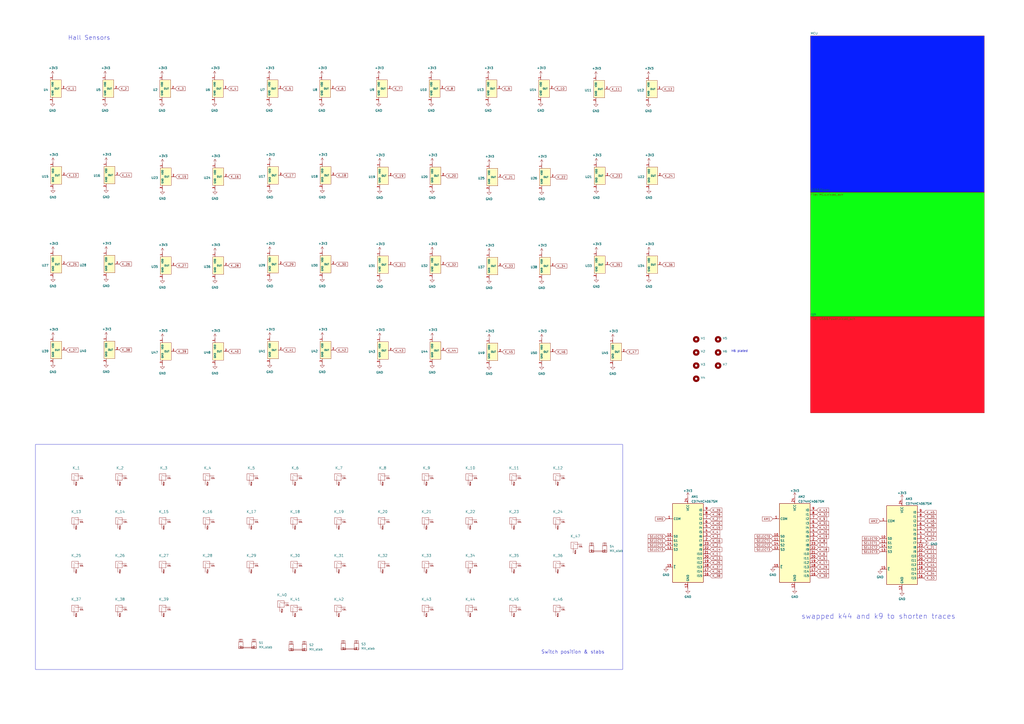
<source format=kicad_sch>
(kicad_sch (version 20230121) (generator eeschema)
  (paper "A2")
  (rectangle (start 20.574 257.81) (end 361.188 388.366))
  (text "swapped k44 and k9 to shorten traces" (at 464.82 359.41 0) (effects (font (size 3 3)) (justify left bottom)))
  (text "Switch position & stabs\n" (at 313.944 379.476 0) (effects (font (size 2 2)) (justify left bottom)))
  (text "Hall Sensors" (at 39.37 23.495 0) (effects (font (size 2.54 2.54)) (justify left bottom)))
  (text "H6 plated" (at 424.18 204.47 0) (effects (font (size 1.27 1.27)) (justify left bottom)))
  (global_label "K_44" (shape input) (at 258.318 203.327 0) (property "Intersheetrefs" "${INTERSHEET_REFS}" (effects hide)))
  (global_label "K_33" (shape input) (at 535.94 335.28 0) (property "Intersheetrefs" "${INTERSHEET_REFS}" (effects hide)))
  (global_label "K_9" (shape input) (at 290.83 51.435 0) (property "Intersheetrefs" "${INTERSHEET_REFS}" (effects hide)))
  (global_label "K_6" (shape input) (at 194.31 51.435 0) (property "Intersheetrefs" "${INTERSHEET_REFS}" (effects hide)))
  (global_label "K_3" (shape input) (at 411.734 311.15 0) (property "Intersheetrefs" "${INTERSHEET_REFS}" (effects hide)))
  (global_label "K_5" (shape input) (at 473.71 323.85 0) (property "Intersheetrefs" "${INTERSHEET_REFS}" (effects hide)))
  (global_label "K_16" (shape input) (at 132.334 102.489 0) (property "Intersheetrefs" "${INTERSHEET_REFS}" (effects hide)))
  (global_label "K_38" (shape input) (at 69.215 202.946 0) (property "Intersheetrefs" "${INTERSHEET_REFS}" (effects hide)))
  (global_label "K_43" (shape input) (at 473.71 295.91 0) (property "Intersheetrefs" "${INTERSHEET_REFS}" (effects hide)))
  (global_label "K_37" (shape input) (at 411.734 328.93 0) (property "Intersheetrefs" "${INTERSHEET_REFS}" (effects hide)))
  (global_label "K_47" (shape input) (at 535.94 307.34 0) (property "Intersheetrefs" "${INTERSHEET_REFS}" (effects hide)))
  (global_label "K_28" (shape input) (at 411.734 298.45 0) (property "Intersheetrefs" "${INTERSHEET_REFS}" (effects hide)))
  (global_label "K_7" (shape input) (at 473.71 316.23 0) (property "Intersheetrefs" "${INTERSHEET_REFS}" (effects hide)))
  (global_label "K_4" (shape input) (at 132.08 51.435 0) (property "Intersheetrefs" "${INTERSHEET_REFS}" (effects hide)))
  (global_label "K_46" (shape input) (at 535.94 302.26 0) (property "Intersheetrefs" "${INTERSHEET_REFS}" (effects hide)))
  (global_label "K_36" (shape input) (at 535.94 304.8 0) (property "Intersheetrefs" "${INTERSHEET_REFS}" (effects hide)))
  (global_label "SELECT2" (shape input) (at 386.334 316.23 180) (property "Intersheetrefs" "${INTERSHEET_REFS}" (effects hide)))
  (global_label "K_35" (shape input) (at 535.94 299.72 0) (property "Intersheetrefs" "${INTERSHEET_REFS}" (effects hide)))
  (global_label "K_24" (shape input) (at 384.048 101.981 0) (property "Intersheetrefs" "${INTERSHEET_REFS}" (effects hide)))
  (global_label "K_16" (shape input) (at 411.734 313.69 0) (property "Intersheetrefs" "${INTERSHEET_REFS}" (effects hide)))
  (global_label "K_6" (shape input) (at 473.71 321.31 0) (property "Intersheetrefs" "${INTERSHEET_REFS}" (effects hide)))
  (global_label "K_45" (shape input) (at 535.94 297.18 0) (property "Intersheetrefs" "${INTERSHEET_REFS}" (effects hide)))
  (global_label "SELECT1" (shape input) (at 386.334 313.69 180) (property "Intersheetrefs" "${INTERSHEET_REFS}" (effects hide)))
  (global_label "K_25" (shape input) (at 38.354 153.289 0) (property "Intersheetrefs" "${INTERSHEET_REFS}" (effects hide)))
  (global_label "K_22" (shape input) (at 535.94 325.12 0) (property "Intersheetrefs" "${INTERSHEET_REFS}" (effects hide)))
  (global_label "K_47" (shape input) (at 363.093 204.089 0) (property "Intersheetrefs" "${INTERSHEET_REFS}" (effects hide)))
  (global_label "K_17" (shape input) (at 164.084 101.727 0) (property "Intersheetrefs" "${INTERSHEET_REFS}" (effects hide)))
  (global_label "K_22" (shape input) (at 321.818 102.743 0) (property "Intersheetrefs" "${INTERSHEET_REFS}" (effects hide)))
  (global_label "K_18" (shape input) (at 194.564 101.727 0) (property "Intersheetrefs" "${INTERSHEET_REFS}" (effects hide)))
  (global_label "K_14" (shape input) (at 69.215 101.6 0) (property "Intersheetrefs" "${INTERSHEET_REFS}" (effects hide)))
  (global_label "K_10" (shape input) (at 535.94 322.58 0) (property "Intersheetrefs" "${INTERSHEET_REFS}" (effects hide)))
  (global_label "K_21" (shape input) (at 291.338 102.743 0) (property "Intersheetrefs" "${INTERSHEET_REFS}" (effects hide)))
  (global_label "SELECT1" (shape input) (at 510.54 314.96 180) (property "Intersheetrefs" "${INTERSHEET_REFS}" (effects hide)))
  (global_label "K_44" (shape input) (at 535.94 327.66 0) (property "Intersheetrefs" "${INTERSHEET_REFS}" (effects hide)))
  (global_label "K_42" (shape input) (at 194.564 203.073 0) (property "Intersheetrefs" "${INTERSHEET_REFS}" (effects hide)))
  (global_label "K_19" (shape input) (at 473.71 311.15 0) (property "Intersheetrefs" "${INTERSHEET_REFS}" (effects hide)))
  (global_label "K_39" (shape input) (at 101.854 203.835 0) (property "Intersheetrefs" "${INTERSHEET_REFS}" (effects hide)))
  (global_label "K_11" (shape input) (at 353.314 51.689 0) (property "Intersheetrefs" "${INTERSHEET_REFS}" (effects hide)))
  (global_label "K_26" (shape input) (at 411.734 331.47 0) (property "Intersheetrefs" "${INTERSHEET_REFS}" (effects hide)))
  (global_label "K_34" (shape input) (at 535.94 332.74 0) (property "Intersheetrefs" "${INTERSHEET_REFS}" (effects hide)))
  (global_label "K_2" (shape input) (at 68.58 51.435 0) (property "Intersheetrefs" "${INTERSHEET_REFS}" (effects hide)))
  (global_label "K_30" (shape input) (at 473.71 334.01 0) (property "Intersheetrefs" "${INTERSHEET_REFS}" (effects hide)))
  (global_label "SELECT2" (shape input) (at 510.54 317.5 180) (property "Intersheetrefs" "${INTERSHEET_REFS}" (effects hide)))
  (global_label "K_15" (shape input) (at 101.854 102.489 0) (property "Intersheetrefs" "${INTERSHEET_REFS}" (effects hide)))
  (global_label "SELECT0" (shape input) (at 510.54 312.42 180) (property "Intersheetrefs" "${INTERSHEET_REFS}" (effects hide)))
  (global_label "SELECT3" (shape input) (at 386.334 318.77 180) (property "Intersheetrefs" "${INTERSHEET_REFS}" (effects hide)))
  (global_label "AM1" (shape input) (at 448.31 300.99 180) (property "Intersheetrefs" "${INTERSHEET_REFS}" (effects hide)))
  (global_label "SELECT1" (shape input) (at 448.31 313.69 180) (property "Intersheetrefs" "${INTERSHEET_REFS}" (effects hide)))
  (global_label "SELECT3" (shape input) (at 448.31 318.77 180) (property "Intersheetrefs" "${INTERSHEET_REFS}" (effects hide)))
  (global_label "K_20" (shape input) (at 473.71 308.61 0) (property "Intersheetrefs" "${INTERSHEET_REFS}" (effects hide)))
  (global_label "K_32" (shape input) (at 473.71 298.45 0) (property "Intersheetrefs" "${INTERSHEET_REFS}" (effects hide)))
  (global_label "K_36" (shape input) (at 384.048 153.543 0) (property "Intersheetrefs" "${INTERSHEET_REFS}" (effects hide)))
  (global_label "K_4" (shape input) (at 411.734 308.61 0) (property "Intersheetrefs" "${INTERSHEET_REFS}" (effects hide)))
  (global_label "K_20" (shape input) (at 258.318 101.981 0) (property "Intersheetrefs" "${INTERSHEET_REFS}" (effects hide)))
  (global_label "SELECT3" (shape input) (at 510.54 320.04 180) (property "Intersheetrefs" "${INTERSHEET_REFS}" (effects hide)))
  (global_label "K_8" (shape input) (at 473.71 313.69 0) (property "Intersheetrefs" "${INTERSHEET_REFS}" (effects hide)))
  (global_label "K_13" (shape input) (at 411.734 323.85 0) (property "Intersheetrefs" "${INTERSHEET_REFS}" (effects hide)))
  (global_label "K_31" (shape input) (at 473.71 303.53 0) (property "Intersheetrefs" "${INTERSHEET_REFS}" (effects hide)))
  (global_label "K_18" (shape input) (at 473.71 318.77 0) (property "Intersheetrefs" "${INTERSHEET_REFS}" (effects hide)))
  (global_label "SELECT0" (shape input) (at 448.31 311.15 180) (property "Intersheetrefs" "${INTERSHEET_REFS}" (effects hide)))
  (global_label "K_42" (shape input) (at 473.71 306.07 0) (property "Intersheetrefs" "${INTERSHEET_REFS}" (effects hide)))
  (global_label "K_13" (shape input) (at 38.354 101.727 0) (property "Intersheetrefs" "${INTERSHEET_REFS}" (effects hide)))
  (global_label "K_38" (shape input) (at 411.734 334.01 0) (property "Intersheetrefs" "${INTERSHEET_REFS}" (effects hide)))
  (global_label "K_5" (shape input) (at 163.83 51.435 0) (property "Intersheetrefs" "${INTERSHEET_REFS}" (effects hide)))
  (global_label "K_25" (shape input) (at 411.734 326.39 0) (property "Intersheetrefs" "${INTERSHEET_REFS}" (effects hide)))
  (global_label "K_35" (shape input) (at 353.568 153.543 0) (property "Intersheetrefs" "${INTERSHEET_REFS}" (effects hide)))
  (global_label "K_11" (shape input) (at 535.94 320.04 0) (property "Intersheetrefs" "${INTERSHEET_REFS}" (effects hide)))
  (global_label "K_31" (shape input) (at 227.838 153.543 0) (property "Intersheetrefs" "${INTERSHEET_REFS}" (effects hide)))
  (global_label "K_40" (shape input) (at 411.734 303.53 0) (property "Intersheetrefs" "${INTERSHEET_REFS}" (effects hide)))
  (global_label "K_26" (shape input) (at 69.215 153.162 0) (property "Intersheetrefs" "${INTERSHEET_REFS}" (effects hide)))
  (global_label "K_29" (shape input) (at 473.71 328.93 0) (property "Intersheetrefs" "${INTERSHEET_REFS}" (effects hide)))
  (global_label "K_34" (shape input) (at 321.818 154.305 0) (property "Intersheetrefs" "${INTERSHEET_REFS}" (effects hide)))
  (global_label "AM2" (shape input) (at 510.54 302.26 180) (property "Intersheetrefs" "${INTERSHEET_REFS}" (effects hide)))
  (global_label "K_43" (shape input) (at 227.838 203.327 0) (property "Intersheetrefs" "${INTERSHEET_REFS}" (effects hide)))
  (global_label "K_14" (shape input) (at 411.734 318.77 0) (property "Intersheetrefs" "${INTERSHEET_REFS}" (effects hide)))
  (global_label "K_10" (shape input) (at 321.31 51.435 0) (property "Intersheetrefs" "${INTERSHEET_REFS}" (effects hide)))
  (global_label "K_29" (shape input) (at 164.084 153.289 0) (property "Intersheetrefs" "${INTERSHEET_REFS}" (effects hide)))
  (global_label "K_15" (shape input) (at 411.734 306.07 0) (property "Intersheetrefs" "${INTERSHEET_REFS}" (effects hide)))
  (global_label "K_40" (shape input) (at 132.334 203.835 0) (property "Intersheetrefs" "${INTERSHEET_REFS}" (effects hide)))
  (global_label "K_12" (shape input) (at 383.794 51.689 0) (property "Intersheetrefs" "${INTERSHEET_REFS}" (effects hide)))
  (global_label "K_21" (shape input) (at 535.94 317.5 0) (property "Intersheetrefs" "${INTERSHEET_REFS}" (effects hide)))
  (global_label "K_27" (shape input) (at 411.734 300.99 0) (property "Intersheetrefs" "${INTERSHEET_REFS}" (effects hide)))
  (global_label "SELECT2" (shape input) (at 448.31 316.23 180) (property "Intersheetrefs" "${INTERSHEET_REFS}" (effects hide)))
  (global_label "K_23" (shape input) (at 535.94 330.2 0) (property "Intersheetrefs" "${INTERSHEET_REFS}" (effects hide)))
  (global_label "K_2" (shape input) (at 411.734 316.23 0) (property "Intersheetrefs" "${INTERSHEET_REFS}" (effects hide)))
  (global_label "K_37" (shape input) (at 38.354 203.073 0) (property "Intersheetrefs" "${INTERSHEET_REFS}" (effects hide)))
  (global_label "K_39" (shape input) (at 411.734 295.91 0) (property "Intersheetrefs" "${INTERSHEET_REFS}" (effects hide)))
  (global_label "K_32" (shape input) (at 258.318 153.543 0) (property "Intersheetrefs" "${INTERSHEET_REFS}" (effects hide)))
  (global_label "K_17" (shape input) (at 473.71 326.39 0) (property "Intersheetrefs" "${INTERSHEET_REFS}" (effects hide)))
  (global_label "K_33" (shape input) (at 291.338 154.305 0) (property "Intersheetrefs" "${INTERSHEET_REFS}" (effects hide)))
  (global_label "K_12" (shape input) (at 535.94 309.88 0) (property "Intersheetrefs" "${INTERSHEET_REFS}" (effects hide)))
  (global_label "K_45" (shape input) (at 291.338 204.089 0) (property "Intersheetrefs" "${INTERSHEET_REFS}" (effects hide)))
  (global_label "AM0" (shape input) (at 386.334 300.99 180) (property "Intersheetrefs" "${INTERSHEET_REFS}" (effects hide)))
  (global_label "K_24" (shape input) (at 535.94 312.42 0) (property "Intersheetrefs" "${INTERSHEET_REFS}" (effects hide)))
  (global_label "K_7" (shape input) (at 227.33 51.435 0) (property "Intersheetrefs" "${INTERSHEET_REFS}" (effects hide)))
  (global_label "K_23" (shape input) (at 353.568 101.981 0) (property "Intersheetrefs" "${INTERSHEET_REFS}" (effects hide)))
  (global_label "K_9" (shape input) (at 473.71 300.99 0) (property "Intersheetrefs" "${INTERSHEET_REFS}" (effects hide)))
  (global_label "K_28" (shape input) (at 132.334 154.051 0) (property "Intersheetrefs" "${INTERSHEET_REFS}" (effects hide)))
  (global_label "K_27" (shape input) (at 101.854 154.051 0) (property "Intersheetrefs" "${INTERSHEET_REFS}" (effects hide)))
  (global_label "K_30" (shape input) (at 194.564 153.289 0) (property "Intersheetrefs" "${INTERSHEET_REFS}" (effects hide)))
  (global_label "SELECT0" (shape input) (at 386.334 311.15 180) (property "Intersheetrefs" "${INTERSHEET_REFS}" (effects hide)))
  (global_label "K_1" (shape input) (at 38.1 51.435 0) (property "Intersheetrefs" "${INTERSHEET_REFS}" (effects hide)))
  (global_label "K_3" (shape input) (at 101.6 51.435 0) (property "Intersheetrefs" "${INTERSHEET_REFS}" (effects hide)))
  (global_label "K_8" (shape input) (at 257.81 51.435 0) (property "Intersheetrefs" "${INTERSHEET_REFS}" (effects hide)))
  (global_label "K_41" (shape input) (at 473.71 331.47 0) (property "Intersheetrefs" "${INTERSHEET_REFS}" (effects hide)))
  (global_label "K_41" (shape input) (at 164.084 203.073 0) (property "Intersheetrefs" "${INTERSHEET_REFS}" (effects hide)))
  (global_label "K_1" (shape input) (at 411.734 321.31 0) (property "Intersheetrefs" "${INTERSHEET_REFS}" (effects hide)))
  (global_label "K_19" (shape input) (at 227.838 101.981 0) (property "Intersheetrefs" "${INTERSHEET_REFS}" (effects hide)))
  (global_label "K_46" (shape input) (at 321.818 204.089 0) (property "Intersheetrefs" "${INTERSHEET_REFS}" (effects hide)))
  (symbol (lib_id "PCM_marbastlib-mx:MX_stab") (at 172.72 374.904 0) (unit 1)
    (property "Reference" "S2" (at 179.324 374.142 0) (effects (justify left)))
    (property "Value" "MX_stab" (at 179.324 376.682 0) (effects (justify left)))
    (property "Footprint" "PCM_marbastlib-mx:STAB_MX_P_6.25u" (effects hide))
  )
  (symbol (lib_id "power:+3V3") (at 30.734 195.453 0) (unit 1)
    (property "Reference" "#PWR0188" (effects hide))
    (property "Value" "+3V3" (at 31.115 191.0588 0))
  )
  (symbol (lib_id "power:GND") (at 345.948 109.601 0) (unit 1)
    (property "Reference" "#PWR0128" (effects hide))
    (property "Value" "GND" (at 345.948 114.681 0))
  )
  (symbol (lib_id "49e:Hall_Sensor") (at 33.274 203.073 0) (unit 1)
    (property "Reference" "U39" (at 28.194 203.708 0) (effects (justify right)))
    (property "Value" "SLSS49E-3" (effects hide))
    (property "Footprint" "Package_TO_SOT_SMD:SOT-23" (effects hide))
    (property "Datasheet" "https://datasheet.lcsc.com/lcsc/2110081930_Slkor-SLKORMICRO-Elec--SLSS49E-3_C2904393.pdf" (effects hide))
    (property "LCSC Part" "C2904393" (effects hide))
    (property "LCSC" "C2904393" (effects hide))
  )
  (symbol (lib_id "MX_Alps_Hybrid:MX-NoLED") (at 171.196 277.368 0) (unit 1)
    (property "Reference" "K_6" (at 171.196 271.4498 0) (effects (font (size 1.524 1.524))))
    (property "Value" "KEYSW" (effects hide))
    (property "Footprint" "Moonpad:Wooting_1.00u" (effects hide))
  )
  (symbol (lib_id "MX_Alps_Hybrid:MX-NoLED") (at 247.396 353.568 0) (unit 1)
    (property "Reference" "K_43" (at 247.396 347.6498 0) (effects (font (size 1.524 1.524))))
    (property "Value" "KEYSW" (effects hide))
    (property "Footprint" "Moonpad:Wooting_1.00u" (effects hide))
  )
  (symbol (lib_id "power:+3V3") (at 186.69 43.815 0) (unit 1)
    (property "Reference" "#PWR061" (effects hide))
    (property "Value" "+3V3" (at 187.071 39.4208 0))
  )
  (symbol (lib_id "power:+3V3") (at 314.198 146.685 0) (unit 1)
    (property "Reference" "#PWR0151" (effects hide))
    (property "Value" "+3V3" (at 314.579 142.2908 0))
  )
  (symbol (lib_id "power:GND") (at 30.734 210.693 0) (unit 1)
    (property "Reference" "#PWR0212" (effects hide))
    (property "Value" "GND" (at 30.734 215.773 0))
  )
  (symbol (lib_id "power:GND") (at 124.714 211.455 0) (unit 1)
    (property "Reference" "#PWR0230" (effects hide))
    (property "Value" "GND" (at 124.714 216.535 0))
  )
  (symbol (lib_id "49e:Hall_Sensor") (at 96.774 203.835 0) (unit 1)
    (property "Reference" "U47" (at 91.694 204.47 0) (effects (justify right)))
    (property "Value" "SLSS49E-3" (effects hide))
    (property "Footprint" "Package_TO_SOT_SMD:SOT-23" (effects hide))
    (property "Datasheet" "https://datasheet.lcsc.com/lcsc/2110081930_Slkor-SLKORMICRO-Elec--SLSS49E-3_C2904393.pdf" (effects hide))
    (property "LCSC Part" "C2904393" (effects hide))
    (property "LCSC" "C2904393" (effects hide))
  )
  (symbol (lib_id "MX_Alps_Hybrid:MX-NoLED") (at 298.196 353.568 0) (unit 1)
    (property "Reference" "K_45" (at 298.196 347.6498 0) (effects (font (size 1.524 1.524))))
    (property "Value" "KEYSW" (effects hide))
    (property "Footprint" "Moonpad:Wooting_1.00u" (effects hide))
  )
  (symbol (lib_id "power:+3V3") (at 219.71 43.815 0) (unit 1)
    (property "Reference" "#PWR068" (effects hide))
    (property "Value" "+3V3" (at 220.091 39.4208 0))
  )
  (symbol (lib_id "power:GND") (at 510.54 330.2 0) (unit 1)
    (property "Reference" "#PWR0362" (effects hide))
    (property "Value" "GND" (at 510.54 334.7625 0))
  )
  (symbol (lib_id "MX_Alps_Hybrid:MX-NoLED") (at 272.796 277.368 0) (unit 1)
    (property "Reference" "K_10" (at 272.796 271.4498 0) (effects (font (size 1.524 1.524))))
    (property "Value" "KEYSW" (effects hide))
    (property "Footprint" "Moonpad:Wooting_1.00u" (effects hide))
  )
  (symbol (lib_id "power:+3V3") (at 283.718 95.123 0) (unit 1)
    (property "Reference" "#PWR0102" (effects hide))
    (property "Value" "+3V3" (at 284.099 90.7288 0))
  )
  (symbol (lib_id "49e:Hall_Sensor") (at 286.258 154.305 0) (unit 1)
    (property "Reference" "U37" (at 281.178 154.94 0) (effects (justify right)))
    (property "Value" "SLSS49E-3" (effects hide))
    (property "Footprint" "Package_TO_SOT_SMD:SOT-23" (effects hide))
    (property "Datasheet" "https://datasheet.lcsc.com/lcsc/2110081930_Slkor-SLKORMICRO-Elec--SLSS49E-3_C2904393.pdf" (effects hide))
    (property "LCSC Part" "C2904393" (effects hide))
    (property "LCSC" "C2904393" (effects hide))
  )
  (symbol (lib_id "power:GND") (at 93.98 59.055 0) (unit 1)
    (property "Reference" "#PWR056" (effects hide))
    (property "Value" "GND" (at 93.98 64.135 0))
  )
  (symbol (lib_id "power:+3V3") (at 250.698 145.923 0) (unit 1)
    (property "Reference" "#PWR0145" (effects hide))
    (property "Value" "+3V3" (at 251.079 141.5288 0))
  )
  (symbol (lib_id "49e:Hall_Sensor") (at 378.968 153.543 0) (unit 1)
    (property "Reference" "U34" (at 373.888 154.178 0) (effects (justify right)))
    (property "Value" "SLSS49E-3" (effects hide))
    (property "Footprint" "Package_TO_SOT_SMD:SOT-23" (effects hide))
    (property "Datasheet" "https://datasheet.lcsc.com/lcsc/2110081930_Slkor-SLKORMICRO-Elec--SLSS49E-3_C2904393.pdf" (effects hide))
    (property "LCSC Part" "C2904393" (effects hide))
    (property "LCSC" "C2904393" (effects hide))
  )
  (symbol (lib_id "MX_Alps_Hybrid:MX-NoLED") (at 171.196 302.768 0) (unit 1)
    (property "Reference" "K_18" (at 171.196 296.8498 0) (effects (font (size 1.524 1.524))))
    (property "Value" "KEYSW" (effects hide))
    (property "Footprint" "Moonpad:Wooting_1.00u" (effects hide))
  )
  (symbol (lib_id "power:GND") (at 61.595 160.782 0) (unit 1)
    (property "Reference" "#PWR0166" (effects hide))
    (property "Value" "GND" (at 61.595 165.862 0))
  )
  (symbol (lib_id "MX_Alps_Hybrid:MX-NoLED") (at 221.996 302.768 0) (unit 1)
    (property "Reference" "K_20" (at 221.996 296.8498 0) (effects (font (size 1.524 1.524))))
    (property "Value" "KEYSW" (effects hide))
    (property "Footprint" "Moonpad:Wooting_1.00u" (effects hide))
  )
  (symbol (lib_id "49e:Hall_Sensor") (at 253.238 153.543 0) (unit 1)
    (property "Reference" "U32" (at 248.158 154.178 0) (effects (justify right)))
    (property "Value" "SLSS49E-3" (effects hide))
    (property "Footprint" "Package_TO_SOT_SMD:SOT-23" (effects hide))
    (property "Datasheet" "https://datasheet.lcsc.com/lcsc/2110081930_Slkor-SLKORMICRO-Elec--SLSS49E-3_C2904393.pdf" (effects hide))
    (property "LCSC Part" "C2904393" (effects hide))
    (property "LCSC" "C2904393" (effects hide))
  )
  (symbol (lib_id "power:GND") (at 314.198 211.709 0) (unit 1)
    (property "Reference" "#PWR0234" (effects hide))
    (property "Value" "GND" (at 314.198 216.789 0))
  )
  (symbol (lib_id "power:GND") (at 355.473 211.709 0) (unit 1)
    (property "Reference" "#PWR0206" (effects hide))
    (property "Value" "GND" (at 355.473 216.789 0))
  )
  (symbol (lib_id "power:GND") (at 283.21 59.055 0) (unit 1)
    (property "Reference" "#PWR088" (effects hide))
    (property "Value" "GND" (at 283.21 64.135 0))
  )
  (symbol (lib_id "power:+3.3V") (at 523.24 289.56 0) (unit 1)
    (property "Reference" "#PWR0361" (effects hide))
    (property "Value" "+3.3V" (at 523.24 285.9555 0))
  )
  (symbol (lib_id "power:+3V3") (at 283.21 43.815 0) (unit 1)
    (property "Reference" "#PWR072" (effects hide))
    (property "Value" "+3V3" (at 283.591 39.4208 0))
  )
  (symbol (lib_id "power:+3V3") (at 250.698 94.361 0) (unit 1)
    (property "Reference" "#PWR097" (effects hide))
    (property "Value" "+3V3" (at 251.079 89.9668 0))
  )
  (symbol (lib_id "power:+3V3") (at 220.218 195.707 0) (unit 1)
    (property "Reference" "#PWR0192" (effects hide))
    (property "Value" "+3V3" (at 220.599 191.3128 0))
  )
  (symbol (lib_id "power:+3V3") (at 220.218 94.361 0) (unit 1)
    (property "Reference" "#PWR096" (effects hide))
    (property "Value" "+3V3" (at 220.599 89.9668 0))
  )
  (symbol (lib_id "power:GND") (at 124.46 59.055 0) (unit 1)
    (property "Reference" "#PWR058" (effects hide))
    (property "Value" "GND" (at 124.46 64.135 0))
  )
  (symbol (lib_id "MX_Alps_Hybrid:MX-NoLED") (at 323.596 328.168 0) (unit 1)
    (property "Reference" "K_36" (at 323.596 322.2498 0) (effects (font (size 1.524 1.524))))
    (property "Value" "KEYSW" (effects hide))
    (property "Footprint" "Moonpad:Wooting_1.00u" (effects hide))
  )
  (symbol (lib_id "49e:Hall_Sensor") (at 222.758 101.981 0) (unit 1)
    (property "Reference" "U19" (at 217.678 102.616 0) (effects (justify right)))
    (property "Value" "SLSS49E-3" (effects hide))
    (property "Footprint" "Package_TO_SOT_SMD:SOT-23" (effects hide))
    (property "Datasheet" "https://datasheet.lcsc.com/lcsc/2110081930_Slkor-SLKORMICRO-Elec--SLSS49E-3_C2904393.pdf" (effects hide))
    (property "LCSC Part" "C2904393" (effects hide))
    (property "LCSC" "C2904393" (effects hide))
  )
  (symbol (lib_id "power:+3V3") (at 314.198 95.123 0) (unit 1)
    (property "Reference" "#PWR0103" (effects hide))
    (property "Value" "+3V3" (at 314.579 90.7288 0))
  )
  (symbol (lib_id "49e:Hall_Sensor") (at 378.714 51.689 0) (unit 1)
    (property "Reference" "U12" (at 373.634 52.324 0) (effects (justify right)))
    (property "Value" "SLSS49E-3" (effects hide))
    (property "Footprint" "Package_TO_SOT_SMD:SOT-23" (effects hide))
    (property "Datasheet" "https://datasheet.lcsc.com/lcsc/2110081930_Slkor-SLKORMICRO-Elec--SLSS49E-3_C2904393.pdf" (effects hide))
    (property "LCSC Part" "C2904393" (effects hide))
    (property "LCSC" "C2904393" (effects hide))
  )
  (symbol (lib_id "power:+3V3") (at 61.595 145.542 0) (unit 1)
    (property "Reference" "#PWR0141" (effects hide))
    (property "Value" "+3V3" (at 61.976 141.1478 0))
  )
  (symbol (lib_id "power:+3V3") (at 124.46 43.815 0) (unit 1)
    (property "Reference" "#PWR053" (effects hide))
    (property "Value" "+3V3" (at 124.841 39.4208 0))
  )
  (symbol (lib_id "power:+3V3") (at 186.944 195.453 0) (unit 1)
    (property "Reference" "#PWR0191" (effects hide))
    (property "Value" "+3V3" (at 187.325 191.0588 0))
  )
  (symbol (lib_id "MX_Alps_Hybrid:MX-NoLED") (at 94.996 277.368 0) (unit 1)
    (property "Reference" "K_3" (at 94.996 271.4498 0) (effects (font (size 1.524 1.524))))
    (property "Value" "KEYSW" (effects hide))
    (property "Footprint" "Moonpad:Wooting_1.00u" (effects hide))
  )
  (symbol (lib_id "MX_Alps_Hybrid:MX-NoLED") (at 298.196 328.168 0) (unit 1)
    (property "Reference" "K_35" (at 298.196 322.2498 0) (effects (font (size 1.524 1.524))))
    (property "Value" "KEYSW" (effects hide))
    (property "Footprint" "Moonpad:Wooting_1.00u" (effects hide))
  )
  (symbol (lib_id "49e:Hall_Sensor") (at 127 51.435 0) (unit 1)
    (property "Reference" "U6" (at 121.92 52.07 0) (effects (justify right)))
    (property "Value" "SLSS49E-3" (effects hide))
    (property "Footprint" "Package_TO_SOT_SMD:SOT-23" (effects hide))
    (property "Datasheet" "https://datasheet.lcsc.com/lcsc/2110081930_Slkor-SLKORMICRO-Elec--SLSS49E-3_C2904393.pdf" (effects hide))
    (property "LCSC Part" "C2904393" (effects hide))
    (property "LCSC" "C2904393" (effects hide))
  )
  (symbol (lib_id "49e:Hall_Sensor") (at 286.258 204.089 0) (unit 1)
    (property "Reference" "U49" (at 281.178 204.724 0) (effects (justify right)))
    (property "Value" "SLSS49E-3" (effects hide))
    (property "Footprint" "Package_TO_SOT_SMD:SOT-23" (effects hide))
    (property "Datasheet" "https://datasheet.lcsc.com/lcsc/2110081930_Slkor-SLKORMICRO-Elec--SLSS49E-3_C2904393.pdf" (effects hide))
    (property "LCSC Part" "C2904393" (effects hide))
    (property "LCSC" "C2904393" (effects hide))
  )
  (symbol (lib_id "MX_Alps_Hybrid:MX-NoLED") (at 272.796 302.768 0) (unit 1)
    (property "Reference" "K_22" (at 272.796 296.8498 0) (effects (font (size 1.524 1.524))))
    (property "Value" "KEYSW" (effects hide))
    (property "Footprint" "Moonpad:Wooting_1.00u" (effects hide))
  )
  (symbol (lib_id "MX_Alps_Hybrid:MX-NoLED") (at 94.996 353.568 0) (unit 1)
    (property "Reference" "K_39" (at 94.996 347.6498 0) (effects (font (size 1.524 1.524))))
    (property "Value" "KEYSW" (effects hide))
    (property "Footprint" "Moonpad:Wooting_1.00u" (effects hide))
  )
  (symbol (lib_id "Mechanical:MountingHole") (at 416.56 196.85 0) (unit 1)
    (property "Reference" "H5" (at 419.1 196.215 0) (effects (justify left)))
    (property "Value" "MountingHole" (effects hide))
    (property "Footprint" "Moonpad:MountingHole_2.2mm_M2" (effects hide))
  )
  (symbol (lib_id "power:GND") (at 283.718 161.925 0) (unit 1)
    (property "Reference" "#PWR0184" (effects hide))
    (property "Value" "GND" (at 283.718 167.005 0))
  )
  (symbol (lib_id "power:GND") (at 186.944 109.347 0) (unit 1)
    (property "Reference" "#PWR0122" (effects hide))
    (property "Value" "GND" (at 186.944 114.427 0))
  )
  (symbol (lib_id "74xx:CD74HC4067SM") (at 461.01 313.69 0) (unit 1)
    (property "Reference" "AM2" (at 463.0294 288.1335 0) (effects (justify left)))
    (property "Value" "CD74HC4067SM" (at 463.0294 290.9086 0) (effects (justify left)))
    (property "Footprint" "Package_SO:SSOP-24_5.3x8.2mm_P0.65mm" (effects hide))
    (property "Datasheet" "http://www.ti.com/lit/ds/symlink/cd74hc4067.pdf" (effects hide))
  )
  (symbol (lib_id "power:+3V3") (at 283.718 196.469 0) (unit 1)
    (property "Reference" "#PWR0198" (effects hide))
    (property "Value" "+3V3" (at 284.099 192.0748 0))
  )
  (symbol (lib_id "49e:Hall_Sensor") (at 348.488 101.981 0) (unit 1)
    (property "Reference" "U21" (at 343.408 102.616 0) (effects (justify right)))
    (property "Value" "SLSS49E-3" (effects hide))
    (property "Footprint" "Package_TO_SOT_SMD:SOT-23" (effects hide))
    (property "Datasheet" "https://datasheet.lcsc.com/lcsc/2110081930_Slkor-SLKORMICRO-Elec--SLSS49E-3_C2904393.pdf" (effects hide))
    (property "LCSC Part" "C2904393" (effects hide))
    (property "LCSC" "C2904393" (effects hide))
  )
  (symbol (lib_id "power:+3V3") (at 376.174 44.069 0) (unit 1)
    (property "Reference" "#PWR071" (effects hide))
    (property "Value" "+3V3" (at 376.555 39.6748 0))
  )
  (symbol (lib_id "MX_Alps_Hybrid:MX-NoLED") (at 145.796 302.768 0) (unit 1)
    (property "Reference" "K_17" (at 145.796 296.8498 0) (effects (font (size 1.524 1.524))))
    (property "Value" "KEYSW" (effects hide))
    (property "Footprint" "Moonpad:Wooting_1.00u" (effects hide))
  )
  (symbol (lib_id "49e:Hall_Sensor") (at 127.254 154.051 0) (unit 1)
    (property "Reference" "U36" (at 122.174 154.686 0) (effects (justify right)))
    (property "Value" "SLSS49E-3" (effects hide))
    (property "Footprint" "Package_TO_SOT_SMD:SOT-23" (effects hide))
    (property "Datasheet" "https://datasheet.lcsc.com/lcsc/2110081930_Slkor-SLKORMICRO-Elec--SLSS49E-3_C2904393.pdf" (effects hide))
    (property "LCSC Part" "C2904393" (effects hide))
    (property "LCSC" "C2904393" (effects hide))
  )
  (symbol (lib_id "power:+3V3") (at 30.734 94.107 0) (unit 1)
    (property "Reference" "#PWR092" (effects hide))
    (property "Value" "+3V3" (at 31.115 89.7128 0))
  )
  (symbol (lib_id "49e:Hall_Sensor") (at 316.738 154.305 0) (unit 1)
    (property "Reference" "U38" (at 311.658 154.94 0) (effects (justify right)))
    (property "Value" "SLSS49E-3" (effects hide))
    (property "Footprint" "Package_TO_SOT_SMD:SOT-23" (effects hide))
    (property "Datasheet" "https://datasheet.lcsc.com/lcsc/2110081930_Slkor-SLKORMICRO-Elec--SLSS49E-3_C2904393.pdf" (effects hide))
    (property "LCSC Part" "C2904393" (effects hide))
    (property "LCSC" "C2904393" (effects hide))
  )
  (symbol (lib_id "49e:Hall_Sensor") (at 96.52 51.435 0) (unit 1)
    (property "Reference" "U2" (at 91.44 52.07 0) (effects (justify right)))
    (property "Value" "SLSS49E-3" (effects hide))
    (property "Footprint" "Package_TO_SOT_SMD:SOT-23" (effects hide))
    (property "Datasheet" "https://datasheet.lcsc.com/lcsc/2110081930_Slkor-SLKORMICRO-Elec--SLSS49E-3_C2904393.pdf" (effects hide))
    (property "LCSC Part" "C2904393" (effects hide))
    (property "LCSC" "C2904393" (effects hide))
  )
  (symbol (lib_id "49e:Hall_Sensor") (at 33.274 153.289 0) (unit 1)
    (property "Reference" "U27" (at 28.194 153.924 0) (effects (justify right)))
    (property "Value" "SLSS49E-3" (effects hide))
    (property "Footprint" "Package_TO_SOT_SMD:SOT-23" (effects hide))
    (property "Datasheet" "https://datasheet.lcsc.com/lcsc/2110081930_Slkor-SLKORMICRO-Elec--SLSS49E-3_C2904393.pdf" (effects hide))
    (property "LCSC Part" "C2904393" (effects hide))
    (property "LCSC" "C2904393" (effects hide))
  )
  (symbol (lib_id "MX_Alps_Hybrid:MX-NoLED") (at 120.396 302.768 0) (unit 1)
    (property "Reference" "K_16" (at 120.396 296.8498 0) (effects (font (size 1.524 1.524))))
    (property "Value" "KEYSW" (effects hide))
    (property "Footprint" "Moonpad:Wooting_1.00u" (effects hide))
  )
  (symbol (lib_id "power:GND") (at 535.94 314.96 90) (unit 1)
    (property "Reference" "#PWR021" (effects hide))
    (property "Value" "GND" (at 539.75 315.595 90) (effects (justify right)))
  )
  (symbol (lib_id "49e:Hall_Sensor") (at 63.5 51.435 0) (unit 1)
    (property "Reference" "U5" (at 58.42 52.07 0) (effects (justify right)))
    (property "Value" "SLSS49E-3" (effects hide))
    (property "Footprint" "Package_TO_SOT_SMD:SOT-23" (effects hide))
    (property "Datasheet" "https://datasheet.lcsc.com/lcsc/2110081930_Slkor-SLKORMICRO-Elec--SLSS49E-3_C2904393.pdf" (effects hide))
    (property "LCSC Part" "C2904393" (effects hide))
    (property "LCSC" "C2904393" (effects hide))
  )
  (symbol (lib_id "MX_Alps_Hybrid:MX-NoLED") (at 196.596 353.568 0) (unit 1)
    (property "Reference" "K_42" (at 196.596 347.6498 0) (effects (font (size 1.524 1.524))))
    (property "Value" "KEYSW" (effects hide))
    (property "Footprint" "Moonpad:Wooting_1.00u" (effects hide))
  )
  (symbol (lib_id "power:GND") (at 376.428 161.163 0) (unit 1)
    (property "Reference" "#PWR0178" (effects hide))
    (property "Value" "GND" (at 376.428 166.243 0))
  )
  (symbol (lib_id "power:+3V3") (at 94.234 196.215 0) (unit 1)
    (property "Reference" "#PWR0196" (effects hide))
    (property "Value" "+3V3" (at 94.615 191.8208 0))
  )
  (symbol (lib_id "power:+3V3") (at 61.595 195.326 0) (unit 1)
    (property "Reference" "#PWR0189" (effects hide))
    (property "Value" "+3V3" (at 61.976 190.9318 0))
  )
  (symbol (lib_id "49e:Hall_Sensor") (at 96.774 154.051 0) (unit 1)
    (property "Reference" "U35" (at 91.694 154.686 0) (effects (justify right)))
    (property "Value" "SLSS49E-3" (effects hide))
    (property "Footprint" "Package_TO_SOT_SMD:SOT-23" (effects hide))
    (property "Datasheet" "https://datasheet.lcsc.com/lcsc/2110081930_Slkor-SLKORMICRO-Elec--SLSS49E-3_C2904393.pdf" (effects hide))
    (property "LCSC Part" "C2904393" (effects hide))
    (property "LCSC" "C2904393" (effects hide))
  )
  (symbol (lib_id "49e:Hall_Sensor") (at 189.23 51.435 0) (unit 1)
    (property "Reference" "U8" (at 184.15 52.07 0) (effects (justify right)))
    (property "Value" "SLSS49E-3" (effects hide))
    (property "Footprint" "Package_TO_SOT_SMD:SOT-23" (effects hide))
    (property "Datasheet" "https://datasheet.lcsc.com/lcsc/2110081930_Slkor-SLKORMICRO-Elec--SLSS49E-3_C2904393.pdf" (effects hide))
    (property "LCSC Part" "C2904393" (effects hide))
    (property "LCSC" "C2904393" (effects hide))
  )
  (symbol (lib_id "power:+3V3") (at 156.464 195.453 0) (unit 1)
    (property "Reference" "#PWR0190" (effects hide))
    (property "Value" "+3V3" (at 156.845 191.0588 0))
  )
  (symbol (lib_id "power:GND") (at 250.698 161.163 0) (unit 1)
    (property "Reference" "#PWR0174" (effects hide))
    (property "Value" "GND" (at 250.698 166.243 0))
  )
  (symbol (lib_id "MX_Alps_Hybrid:MX-NoLED") (at 272.796 353.568 0) (unit 1)
    (property "Reference" "K_44" (at 272.796 347.6498 0) (effects (font (size 1.524 1.524))))
    (property "Value" "KEYSW" (effects hide))
    (property "Footprint" "Moonpad:Wooting_1.00u" (effects hide))
  )
  (symbol (lib_id "power:+3V3") (at 124.714 146.431 0) (unit 1)
    (property "Reference" "#PWR0149" (effects hide))
    (property "Value" "+3V3" (at 125.095 142.0368 0))
  )
  (symbol (lib_id "49e:Hall_Sensor") (at 252.73 51.435 0) (unit 1)
    (property "Reference" "U10" (at 247.65 52.07 0) (effects (justify right)))
    (property "Value" "SLSS49E-3" (effects hide))
    (property "Footprint" "Package_TO_SOT_SMD:SOT-23" (effects hide))
    (property "Datasheet" "https://datasheet.lcsc.com/lcsc/2110081930_Slkor-SLKORMICRO-Elec--SLSS49E-3_C2904393.pdf" (effects hide))
    (property "LCSC Part" "C2904393" (effects hide))
    (property "LCSC" "C2904393" (effects hide))
  )
  (symbol (lib_id "MX_Alps_Hybrid:MX-NoLED") (at 145.796 328.168 0) (unit 1)
    (property "Reference" "K_29" (at 145.796 322.2498 0) (effects (font (size 1.524 1.524))))
    (property "Value" "KEYSW" (effects hide))
    (property "Footprint" "Moonpad:Wooting_1.00u" (effects hide))
  )
  (symbol (lib_id "power:GND") (at 94.234 161.671 0) (unit 1)
    (property "Reference" "#PWR0180" (effects hide))
    (property "Value" "GND" (at 94.234 166.751 0))
  )
  (symbol (lib_id "MX_Alps_Hybrid:MX-NoLED") (at 221.996 277.368 0) (unit 1)
    (property "Reference" "K_8" (at 221.996 271.4498 0) (effects (font (size 1.524 1.524))))
    (property "Value" "KEYSW" (effects hide))
    (property "Footprint" "Moonpad:Wooting_1.00u" (effects hide))
  )
  (symbol (lib_id "MX_Alps_Hybrid:MX-NoLED") (at 44.196 353.568 0) (unit 1)
    (property "Reference" "K_37" (at 44.196 347.6498 0) (effects (font (size 1.524 1.524))))
    (property "Value" "KEYSW" (effects hide))
    (property "Footprint" "Moonpad:Wooting_1.00u" (effects hide))
  )
  (symbol (lib_id "power:+3V3") (at 156.464 145.669 0) (unit 1)
    (property "Reference" "#PWR0142" (effects hide))
    (property "Value" "+3V3" (at 156.845 141.2748 0))
  )
  (symbol (lib_id "power:GND") (at 448.31 328.93 0) (unit 1)
    (property "Reference" "#PWR0359" (effects hide))
    (property "Value" "GND" (at 448.31 333.4925 0))
  )
  (symbol (lib_id "MX_Alps_Hybrid:MX-NoLED") (at 69.596 353.568 0) (unit 1)
    (property "Reference" "K_38" (at 69.596 347.6498 0) (effects (font (size 1.524 1.524))))
    (property "Value" "KEYSW" (effects hide))
    (property "Footprint" "Moonpad:Wooting_1.00u" (effects hide))
  )
  (symbol (lib_id "MX_Alps_Hybrid:MX-NoLED") (at 333.756 316.992 0) (unit 1)
    (property "Reference" "K_47" (at 333.756 311.0738 0) (effects (font (size 1.524 1.524))))
    (property "Value" "KEYSW" (effects hide))
    (property "Footprint" "Moonpad:Wooting_1.00u" (effects hide))
  )
  (symbol (lib_id "power:GND") (at 220.218 210.947 0) (unit 1)
    (property "Reference" "#PWR0220" (effects hide))
    (property "Value" "GND" (at 220.218 216.027 0))
  )
  (symbol (lib_id "power:GND") (at 30.734 109.347 0) (unit 1)
    (property "Reference" "#PWR0116" (effects hide))
    (property "Value" "GND" (at 30.734 114.427 0))
  )
  (symbol (lib_id "PCM_marbastlib-mx:MX_stab") (at 346.964 317.754 0) (unit 1)
    (property "Reference" "S4" (at 353.568 316.992 0) (effects (justify left)))
    (property "Value" "MX_stab" (at 353.568 319.532 0) (effects (justify left)))
    (property "Footprint" "PCM_marbastlib-mx:STAB_MX_ISO-ROT" (effects hide))
  )
  (symbol (lib_id "power:GND") (at 376.428 109.601 0) (unit 1)
    (property "Reference" "#PWR0130" (effects hide))
    (property "Value" "GND" (at 376.428 114.681 0))
  )
  (symbol (lib_id "power:+3V3") (at 283.718 146.685 0) (unit 1)
    (property "Reference" "#PWR0150" (effects hide))
    (property "Value" "+3V3" (at 284.099 142.2908 0))
  )
  (symbol (lib_id "power:+3V3") (at 93.98 43.815 0) (unit 1)
    (property "Reference" "#PWR052" (effects hide))
    (property "Value" "+3V3" (at 94.361 39.4208 0))
  )
  (symbol (lib_id "49e:Hall_Sensor") (at 222.25 51.435 0) (unit 1)
    (property "Reference" "U9" (at 217.17 52.07 0) (effects (justify right)))
    (property "Value" "SLSS49E-3" (effects hide))
    (property "Footprint" "Package_TO_SOT_SMD:SOT-23" (effects hide))
    (property "Datasheet" "https://datasheet.lcsc.com/lcsc/2110081930_Slkor-SLKORMICRO-Elec--SLSS49E-3_C2904393.pdf" (effects hide))
    (property "LCSC Part" "C2904393" (effects hide))
    (property "LCSC" "C2904393" (effects hide))
  )
  (symbol (lib_id "power:+3V3") (at 30.48 43.815 0) (unit 1)
    (property "Reference" "#PWR07" (effects hide))
    (property "Value" "+3V3" (at 30.861 39.4208 0))
  )
  (symbol (lib_id "power:+3V3") (at 156.464 94.107 0) (unit 1)
    (property "Reference" "#PWR094" (effects hide))
    (property "Value" "+3V3" (at 156.845 89.7128 0))
  )
  (symbol (lib_id "power:GND") (at 314.198 161.925 0) (unit 1)
    (property "Reference" "#PWR0186" (effects hide))
    (property "Value" "GND" (at 314.198 167.005 0))
  )
  (symbol (lib_id "MX_Alps_Hybrid:MX-NoLED") (at 247.396 302.768 0) (unit 1)
    (property "Reference" "K_21" (at 247.396 296.8498 0) (effects (font (size 1.524 1.524))))
    (property "Value" "KEYSW" (effects hide))
    (property "Footprint" "Moonpad:Wooting_1.00u" (effects hide))
  )
  (symbol (lib_id "power:GND") (at 186.69 59.055 0) (unit 1)
    (property "Reference" "#PWR066" (effects hide))
    (property "Value" "GND" (at 186.69 64.135 0))
  )
  (symbol (lib_id "power:GND") (at 250.19 59.055 0) (unit 1)
    (property "Reference" "#PWR082" (effects hide))
    (property "Value" "GND" (at 250.19 64.135 0))
  )
  (symbol (lib_id "49e:Hall_Sensor") (at 64.135 202.946 0) (unit 1)
    (property "Reference" "U40" (at 50.165 203.581 0) (effects (justify right)))
    (property "Value" "SLSS49E-3" (effects hide))
    (property "Footprint" "Package_TO_SOT_SMD:SOT-23" (effects hide))
    (property "Datasheet" "https://datasheet.lcsc.com/lcsc/2110081930_Slkor-SLKORMICRO-Elec--SLSS49E-3_C2904393.pdf" (effects hide))
    (property "LCSC Part" "C2904393" (effects hide))
    (property "LCSC" "C2904393" (effects hide))
  )
  (symbol (lib_id "MX_Alps_Hybrid:MX-NoLED") (at 120.396 277.368 0) (unit 1)
    (property "Reference" "K_4" (at 120.396 271.4498 0) (effects (font (size 1.524 1.524))))
    (property "Value" "KEYSW" (effects hide))
    (property "Footprint" "Moonpad:Wooting_1.00u" (effects hide))
  )
  (symbol (lib_id "MX_Alps_Hybrid:MX-NoLED") (at 272.796 328.168 0) (unit 1)
    (property "Reference" "K_34" (at 272.796 322.2498 0) (effects (font (size 1.524 1.524))))
    (property "Value" "KEYSW" (effects hide))
    (property "Footprint" "Moonpad:Wooting_1.00u" (effects hide))
  )
  (symbol (lib_id "power:GND") (at 94.234 211.455 0) (unit 1)
    (property "Reference" "#PWR0228" (effects hide))
    (property "Value" "GND" (at 94.234 216.535 0))
  )
  (symbol (lib_id "49e:Hall_Sensor") (at 33.02 51.435 0) (unit 1)
    (property "Reference" "U4" (at 27.94 52.07 0) (effects (justify right)))
    (property "Value" "SLSS49E-3" (effects hide))
    (property "Footprint" "Package_TO_SOT_SMD:SOT-23" (effects hide))
    (property "Datasheet" "https://datasheet.lcsc.com/lcsc/2110081930_Slkor-SLKORMICRO-Elec--SLSS49E-3_C2904393.pdf" (effects hide))
    (property "LCSC Part" "C2904393" (effects hide))
    (property "LCSC" "C2904393" (effects hide))
  )
  (symbol (lib_id "49e:Hall_Sensor") (at 378.968 101.981 0) (unit 1)
    (property "Reference" "U22" (at 373.888 102.616 0) (effects (justify right)))
    (property "Value" "SLSS49E-3" (effects hide))
    (property "Footprint" "Package_TO_SOT_SMD:SOT-23" (effects hide))
    (property "Datasheet" "https://datasheet.lcsc.com/lcsc/2110081930_Slkor-SLKORMICRO-Elec--SLSS49E-3_C2904393.pdf" (effects hide))
    (property "LCSC Part" "C2904393" (effects hide))
    (property "LCSC" "C2904393" (effects hide))
  )
  (symbol (lib_id "power:+3V3") (at 94.234 94.869 0) (unit 1)
    (property "Reference" "#PWR0100" (effects hide))
    (property "Value" "+3V3" (at 94.615 90.4748 0))
  )
  (symbol (lib_id "49e:Hall_Sensor") (at 189.484 153.289 0) (unit 1)
    (property "Reference" "U30" (at 184.404 153.924 0) (effects (justify right)))
    (property "Value" "SLSS49E-3" (effects hide))
    (property "Footprint" "Package_TO_SOT_SMD:SOT-23" (effects hide))
    (property "Datasheet" "https://datasheet.lcsc.com/lcsc/2110081930_Slkor-SLKORMICRO-Elec--SLSS49E-3_C2904393.pdf" (effects hide))
    (property "LCSC Part" "C2904393" (effects hide))
    (property "LCSC" "C2904393" (effects hide))
  )
  (symbol (lib_id "Mechanical:MountingHole") (at 403.86 196.85 0) (unit 1)
    (property "Reference" "H1" (at 406.4 196.215 0) (effects (justify left)))
    (property "Value" "MountingHole" (effects hide))
    (property "Footprint" "Moonpad:MountingHole_2.2mm_M2" (effects hide))
  )
  (symbol (lib_id "MX_Alps_Hybrid:MX-NoLED") (at 196.596 302.768 0) (unit 1)
    (property "Reference" "K_19" (at 196.596 296.8498 0) (effects (font (size 1.524 1.524))))
    (property "Value" "KEYSW" (effects hide))
    (property "Footprint" "Moonpad:Wooting_1.00u" (effects hide))
  )
  (symbol (lib_id "power:+3V3") (at 186.944 145.669 0) (unit 1)
    (property "Reference" "#PWR0143" (effects hide))
    (property "Value" "+3V3" (at 187.325 141.2748 0))
  )
  (symbol (lib_id "49e:Hall_Sensor") (at 348.234 51.689 0) (unit 1)
    (property "Reference" "U11" (at 343.154 52.324 0) (effects (justify right)))
    (property "Value" "SLSS49E-3" (effects hide))
    (property "Footprint" "Package_TO_SOT_SMD:SOT-23" (effects hide))
    (property "Datasheet" "https://datasheet.lcsc.com/lcsc/2110081930_Slkor-SLKORMICRO-Elec--SLSS49E-3_C2904393.pdf" (effects hide))
    (property "LCSC Part" "C2904393" (effects hide))
    (property "LCSC" "C2904393" (effects hide))
  )
  (symbol (lib_id "power:GND") (at 124.714 161.671 0) (unit 1)
    (property "Reference" "#PWR0182" (effects hide))
    (property "Value" "GND" (at 124.714 166.751 0))
  )
  (symbol (lib_id "power:GND") (at 313.69 59.055 0) (unit 1)
    (property "Reference" "#PWR090" (effects hide))
    (property "Value" "GND" (at 313.69 64.135 0))
  )
  (symbol (lib_id "power:GND") (at 156.464 210.693 0) (unit 1)
    (property "Reference" "#PWR0216" (effects hide))
    (property "Value" "GND" (at 156.464 215.773 0))
  )
  (symbol (lib_id "power:GND") (at 30.734 160.909 0) (unit 1)
    (property "Reference" "#PWR0164" (effects hide))
    (property "Value" "GND" (at 30.734 165.989 0))
  )
  (symbol (lib_id "Mechanical:MountingHole") (at 403.86 204.47 0) (unit 1)
    (property "Reference" "H2" (at 406.4 203.835 0) (effects (justify left)))
    (property "Value" "MountingHole" (effects hide))
    (property "Footprint" "Moonpad:MountingHole_2.2mm_M2" (effects hide))
  )
  (symbol (lib_id "MX_Alps_Hybrid:MX-NoLED") (at 196.596 328.168 0) (unit 1)
    (property "Reference" "K_31" (at 196.596 322.2498 0) (effects (font (size 1.524 1.524))))
    (property "Value" "KEYSW" (effects hide))
    (property "Footprint" "Moonpad:Wooting_1.00u" (effects hide))
  )
  (symbol (lib_id "power:+3V3") (at 94.234 146.431 0) (unit 1)
    (property "Reference" "#PWR0148" (effects hide))
    (property "Value" "+3V3" (at 94.615 142.0368 0))
  )
  (symbol (lib_id "power:GND") (at 250.698 109.601 0) (unit 1)
    (property "Reference" "#PWR0126" (effects hide))
    (property "Value" "GND" (at 250.698 114.681 0))
  )
  (symbol (lib_id "49e:Hall_Sensor") (at 158.75 51.435 0) (unit 1)
    (property "Reference" "U7" (at 153.67 52.07 0) (effects (justify right)))
    (property "Value" "SLSS49E-3" (effects hide))
    (property "Footprint" "Package_TO_SOT_SMD:SOT-23" (effects hide))
    (property "Datasheet" "https://datasheet.lcsc.com/lcsc/2110081930_Slkor-SLKORMICRO-Elec--SLSS49E-3_C2904393.pdf" (effects hide))
    (property "LCSC Part" "C2904393" (effects hide))
    (property "LCSC" "C2904393" (effects hide))
  )
  (symbol (lib_id "49e:Hall_Sensor") (at 189.484 203.073 0) (unit 1)
    (property "Reference" "U42" (at 184.404 203.708 0) (effects (justify right)))
    (property "Value" "SLSS49E-3" (effects hide))
    (property "Footprint" "Package_TO_SOT_SMD:SOT-23" (effects hide))
    (property "Datasheet" "https://datasheet.lcsc.com/lcsc/2110081930_Slkor-SLKORMICRO-Elec--SLSS49E-3_C2904393.pdf" (effects hide))
    (property "LCSC Part" "C2904393" (effects hide))
    (property "LCSC" "C2904393" (effects hide))
  )
  (symbol (lib_id "power:GND") (at 186.944 210.693 0) (unit 1)
    (property "Reference" "#PWR0218" (effects hide))
    (property "Value" "GND" (at 186.944 215.773 0))
  )
  (symbol (lib_id "power:+3V3") (at 313.69 43.815 0) (unit 1)
    (property "Reference" "#PWR073" (effects hide))
    (property "Value" "+3V3" (at 314.071 39.4208 0))
  )
  (symbol (lib_id "49e:Hall_Sensor") (at 222.758 153.543 0) (unit 1)
    (property "Reference" "U31" (at 217.678 154.178 0) (effects (justify right)))
    (property "Value" "SLSS49E-3" (effects hide))
    (property "Footprint" "Package_TO_SOT_SMD:SOT-23" (effects hide))
    (property "Datasheet" "https://datasheet.lcsc.com/lcsc/2110081930_Slkor-SLKORMICRO-Elec--SLSS49E-3_C2904393.pdf" (effects hide))
    (property "LCSC Part" "C2904393" (effects hide))
    (property "LCSC" "C2904393" (effects hide))
  )
  (symbol (lib_id "Mechanical:MountingHole") (at 403.86 212.09 0) (unit 1)
    (property "Reference" "H3" (at 406.4 211.455 0) (effects (justify left)))
    (property "Value" "MountingHole" (effects hide))
    (property "Footprint" "Moonpad:MountingHole_2.2mm_M2" (effects hide))
  )
  (symbol (lib_id "power:+3V3") (at 345.694 44.069 0) (unit 1)
    (property "Reference" "#PWR070" (effects hide))
    (property "Value" "+3V3" (at 346.075 39.6748 0))
  )
  (symbol (lib_id "49e:Hall_Sensor") (at 222.758 203.327 0) (unit 1)
    (property "Reference" "U43" (at 217.678 203.962 0) (effects (justify right)))
    (property "Value" "SLSS49E-3" (effects hide))
    (property "Footprint" "Package_TO_SOT_SMD:SOT-23" (effects hide))
    (property "Datasheet" "https://datasheet.lcsc.com/lcsc/2110081930_Slkor-SLKORMICRO-Elec--SLSS49E-3_C2904393.pdf" (effects hide))
    (property "LCSC Part" "C2904393" (effects hide))
    (property "LCSC" "C2904393" (effects hide))
  )
  (symbol (lib_id "49e:Hall_Sensor") (at 159.004 153.289 0) (unit 1)
    (property "Reference" "U29" (at 153.924 153.924 0) (effects (justify right)))
    (property "Value" "SLSS49E-3" (effects hide))
    (property "Footprint" "Package_TO_SOT_SMD:SOT-23" (effects hide))
    (property "Datasheet" "https://datasheet.lcsc.com/lcsc/2110081930_Slkor-SLKORMICRO-Elec--SLSS49E-3_C2904393.pdf" (effects hide))
    (property "LCSC Part" "C2904393" (effects hide))
    (property "LCSC" "C2904393" (effects hide))
  )
  (symbol (lib_id "PCM_marbastlib-mx:MX_stab") (at 143.51 373.634 0) (unit 1)
    (property "Reference" "S1" (at 150.114 372.872 0) (effects (justify left)))
    (property "Value" "MX_stab" (at 150.114 375.412 0) (effects (justify left)))
    (property "Footprint" "PCM_marbastlib-mx:STAB_MX_P_2.75u" (effects hide))
  )
  (symbol (lib_id "Mechanical:MountingHole") (at 416.56 204.47 0) (unit 1)
    (property "Reference" "H6" (at 419.1 203.835 0) (effects (justify left)))
    (property "Value" "MountingHole" (effects hide))
    (property "Footprint" "MountingHole:MountingHole_2.2mm_M2_DIN965_Pad" (effects hide))
  )
  (symbol (lib_id "power:GND") (at 94.234 110.109 0) (unit 1)
    (property "Reference" "#PWR0132" (effects hide))
    (property "Value" "GND" (at 94.234 115.189 0))
  )
  (symbol (lib_id "power:+3V3") (at 376.428 145.923 0) (unit 1)
    (property "Reference" "#PWR0147" (effects hide))
    (property "Value" "+3V3" (at 376.809 141.5288 0))
  )
  (symbol (lib_id "power:GND") (at 156.464 109.347 0) (unit 1)
    (property "Reference" "#PWR0120" (effects hide))
    (property "Value" "GND" (at 156.464 114.427 0))
  )
  (symbol (lib_id "power:GND") (at 461.01 341.63 0) (unit 1)
    (property "Reference" "#PWR0360" (effects hide))
    (property "Value" "GND" (at 461.01 346.1925 0))
  )
  (symbol (lib_id "49e:Hall_Sensor") (at 316.738 102.743 0) (unit 1)
    (property "Reference" "U26" (at 311.658 103.378 0) (effects (justify right)))
    (property "Value" "SLSS49E-3" (effects hide))
    (property "Footprint" "Package_TO_SOT_SMD:SOT-23" (effects hide))
    (property "Datasheet" "https://datasheet.lcsc.com/lcsc/2110081930_Slkor-SLKORMICRO-Elec--SLSS49E-3_C2904393.pdf" (effects hide))
    (property "LCSC Part" "C2904393" (effects hide))
    (property "LCSC" "C2904393" (effects hide))
  )
  (symbol (lib_id "MX_Alps_Hybrid:MX-NoLED") (at 44.196 277.368 0) (unit 1)
    (property "Reference" "K_1" (at 44.196 271.4498 0) (effects (font (size 1.524 1.524))))
    (property "Value" "KEYSW" (effects hide))
    (property "Footprint" "Moonpad:Wooting_1.00u" (effects hide))
  )
  (symbol (lib_id "49e:Hall_Sensor") (at 358.013 204.089 0) (unit 1)
    (property "Reference" "U45" (at 352.933 204.724 0) (effects (justify right)))
    (property "Value" "SLSS49E-3" (effects hide))
    (property "Footprint" "Package_TO_SOT_SMD:SOT-23" (effects hide))
    (property "Datasheet" "https://datasheet.lcsc.com/lcsc/2110081930_Slkor-SLKORMICRO-Elec--SLSS49E-3_C2904393.pdf" (effects hide))
    (property "LCSC Part" "C2904393" (effects hide))
    (property "LCSC" "C2904393" (effects hide))
  )
  (symbol (lib_id "power:GND") (at 376.174 59.309 0) (unit 1)
    (property "Reference" "#PWR086" (effects hide))
    (property "Value" "GND" (at 376.174 64.389 0))
  )
  (symbol (lib_id "49e:Hall_Sensor") (at 253.238 203.327 0) (unit 1)
    (property "Reference" "U44" (at 248.158 203.962 0) (effects (justify right)))
    (property "Value" "SLSS49E-3" (effects hide))
    (property "Footprint" "Package_TO_SOT_SMD:SOT-23" (effects hide))
    (property "Datasheet" "https://datasheet.lcsc.com/lcsc/2110081930_Slkor-SLKORMICRO-Elec--SLSS49E-3_C2904393.pdf" (effects hide))
    (property "LCSC Part" "C2904393" (effects hide))
    (property "LCSC" "C2904393" (effects hide))
  )
  (symbol (lib_id "MX_Alps_Hybrid:MX-NoLED") (at 69.596 328.168 0) (unit 1)
    (property "Reference" "K_26" (at 69.596 322.2498 0) (effects (font (size 1.524 1.524))))
    (property "Value" "KEYSW" (effects hide))
    (property "Footprint" "Moonpad:Wooting_1.00u" (effects hide))
  )
  (symbol (lib_id "power:GND") (at 250.698 210.947 0) (unit 1)
    (property "Reference" "#PWR0222" (effects hide))
    (property "Value" "GND" (at 250.698 216.027 0))
  )
  (symbol (lib_id "Mechanical:MountingHole") (at 416.56 212.09 0) (unit 1)
    (property "Reference" "H7" (at 419.1 211.455 0) (effects (justify left)))
    (property "Value" "MountingHole" (effects hide))
    (property "Footprint" "Moonpad:MountingHole_2.2mm_M2" (effects hide))
  )
  (symbol (lib_id "MX_Alps_Hybrid:MX-NoLED") (at 145.796 277.368 0) (unit 1)
    (property "Reference" "K_5" (at 145.796 271.4498 0) (effects (font (size 1.524 1.524))))
    (property "Value" "KEYSW" (effects hide))
    (property "Footprint" "Moonpad:Wooting_1.00u" (effects hide))
  )
  (symbol (lib_id "49e:Hall_Sensor") (at 316.738 204.089 0) (unit 1)
    (property "Reference" "U50" (at 311.658 204.724 0) (effects (justify right)))
    (property "Value" "SLSS49E-3" (effects hide))
    (property "Footprint" "Package_TO_SOT_SMD:SOT-23" (effects hide))
    (property "Datasheet" "https://datasheet.lcsc.com/lcsc/2110081930_Slkor-SLKORMICRO-Elec--SLSS49E-3_C2904393.pdf" (effects hide))
    (property "LCSC Part" "C2904393" (effects hide))
    (property "LCSC" "C2904393" (effects hide))
  )
  (symbol (lib_id "MX_Alps_Hybrid:MX-NoLED") (at 171.196 328.168 0) (unit 1)
    (property "Reference" "K_30" (at 171.196 322.2498 0) (effects (font (size 1.524 1.524))))
    (property "Value" "KEYSW" (effects hide))
    (property "Footprint" "Moonpad:Wooting_1.00u" (effects hide))
  )
  (symbol (lib_id "49e:Hall_Sensor") (at 159.004 101.727 0) (unit 1)
    (property "Reference" "U17" (at 153.924 102.362 0) (effects (justify right)))
    (property "Value" "SLSS49E-3" (effects hide))
    (property "Footprint" "Package_TO_SOT_SMD:SOT-23" (effects hide))
    (property "Datasheet" "https://datasheet.lcsc.com/lcsc/2110081930_Slkor-SLKORMICRO-Elec--SLSS49E-3_C2904393.pdf" (effects hide))
    (property "LCSC Part" "C2904393" (effects hide))
    (property "LCSC" "C2904393" (effects hide))
  )
  (symbol (lib_id "power:+3V3") (at 355.473 196.469 0) (unit 1)
    (property "Reference" "#PWR0194" (effects hide))
    (property "Value" "+3V3" (at 355.854 192.0748 0))
  )
  (symbol (lib_id "PCM_marbastlib-mx:MX_stab") (at 202.946 374.396 0) (unit 1)
    (property "Reference" "S3" (at 209.55 373.634 0) (effects (justify left)))
    (property "Value" "MX_stab" (at 209.55 376.174 0) (effects (justify left)))
    (property "Footprint" "PCM_marbastlib-mx:STAB_MX_P_2.25u" (effects hide))
  )
  (symbol (lib_id "power:GND") (at 283.718 110.363 0) (unit 1)
    (property "Reference" "#PWR0136" (effects hide))
    (property "Value" "GND" (at 283.718 115.443 0))
  )
  (symbol (lib_id "power:+3V3") (at 60.96 43.815 0) (unit 1)
    (property "Reference" "#PWR015" (effects hide))
    (property "Value" "+3V3" (at 61.341 39.4208 0))
  )
  (symbol (lib_id "power:+3V3") (at 156.21 43.815 0) (unit 1)
    (property "Reference" "#PWR060" (effects hide))
    (property "Value" "+3V3" (at 156.591 39.4208 0))
  )
  (symbol (lib_id "49e:Hall_Sensor") (at 189.484 101.727 0) (unit 1)
    (property "Reference" "U18" (at 184.404 102.362 0) (effects (justify right)))
    (property "Value" "SLSS49E-3" (effects hide))
    (property "Footprint" "Package_TO_SOT_SMD:SOT-23" (effects hide))
    (property "Datasheet" "https://datasheet.lcsc.com/lcsc/2110081930_Slkor-SLKORMICRO-Elec--SLSS49E-3_C2904393.pdf" (effects hide))
    (property "LCSC Part" "C2904393" (effects hide))
    (property "LCSC" "C2904393" (effects hide))
  )
  (symbol (lib_id "MX_Alps_Hybrid:MX-NoLED") (at 69.596 277.368 0) (unit 1)
    (property "Reference" "K_2" (at 69.596 271.4498 0) (effects (font (size 1.524 1.524))))
    (property "Value" "KEYSW" (effects hide))
    (property "Footprint" "Moonpad:Wooting_1.00u" (effects hide))
  )
  (symbol (lib_id "MX_Alps_Hybrid:MX-NoLED") (at 323.596 277.368 0) (unit 1)
    (property "Reference" "K_12" (at 323.596 271.4498 0) (effects (font (size 1.524 1.524))))
    (property "Value" "KEYSW" (effects hide))
    (property "Footprint" "Moonpad:Wooting_1.00u" (effects hide))
  )
  (symbol (lib_id "power:+3V3") (at 376.428 94.361 0) (unit 1)
    (property "Reference" "#PWR099" (effects hide))
    (property "Value" "+3V3" (at 376.809 89.9668 0))
  )
  (symbol (lib_id "MX_Alps_Hybrid:MX-NoLED") (at 323.596 302.768 0) (unit 1)
    (property "Reference" "K_24" (at 323.596 296.8498 0) (effects (font (size 1.524 1.524))))
    (property "Value" "KEYSW" (effects hide))
    (property "Footprint" "Moonpad:Wooting_1.00u" (effects hide))
  )
  (symbol (lib_id "MX_Alps_Hybrid:MX-NoLED") (at 44.196 328.168 0) (unit 1)
    (property "Reference" "K_25" (at 44.196 322.2498 0) (effects (font (size 1.524 1.524))))
    (property "Value" "KEYSW" (effects hide))
    (property "Footprint" "Moonpad:Wooting_1.00u" (effects hide))
  )
  (symbol (lib_id "49e:Hall_Sensor") (at 64.135 153.162 0) (unit 1)
    (property "Reference" "U28" (at 50.165 153.797 0) (effects (justify right)))
    (property "Value" "SLSS49E-3" (effects hide))
    (property "Footprint" "Package_TO_SOT_SMD:SOT-23" (effects hide))
    (property "Datasheet" "https://datasheet.lcsc.com/lcsc/2110081930_Slkor-SLKORMICRO-Elec--SLSS49E-3_C2904393.pdf" (effects hide))
    (property "LCSC Part" "C2904393" (effects hide))
    (property "LCSC" "C2904393" (effects hide))
  )
  (symbol (lib_id "MX_Alps_Hybrid:MX-NoLED") (at 323.596 353.568 0) (unit 1)
    (property "Reference" "K_46" (at 323.596 347.6498 0) (effects (font (size 1.524 1.524))))
    (property "Value" "KEYSW" (effects hide))
    (property "Footprint" "Moonpad:Wooting_1.00u" (effects hide))
  )
  (symbol (lib_id "power:+3V3") (at 186.944 94.107 0) (unit 1)
    (property "Reference" "#PWR095" (effects hide))
    (property "Value" "+3V3" (at 187.325 89.7128 0))
  )
  (symbol (lib_id "49e:Hall_Sensor") (at 127.254 203.835 0) (unit 1)
    (property "Reference" "U48" (at 122.174 204.47 0) (effects (justify right)))
    (property "Value" "SLSS49E-3" (effects hide))
    (property "Footprint" "Package_TO_SOT_SMD:SOT-23" (effects hide))
    (property "Datasheet" "https://datasheet.lcsc.com/lcsc/2110081930_Slkor-SLKORMICRO-Elec--SLSS49E-3_C2904393.pdf" (effects hide))
    (property "LCSC Part" "C2904393" (effects hide))
    (property "LCSC" "C2904393" (effects hide))
  )
  (symbol (lib_id "power:GND") (at 220.218 161.163 0) (unit 1)
    (property "Reference" "#PWR0172" (effects hide))
    (property "Value" "GND" (at 220.218 166.243 0))
  )
  (symbol (lib_id "power:+3V3") (at 345.948 145.923 0) (unit 1)
    (property "Reference" "#PWR0146" (effects hide))
    (property "Value" "+3V3" (at 346.329 141.5288 0))
  )
  (symbol (lib_id "power:GND") (at 314.198 110.363 0) (unit 1)
    (property "Reference" "#PWR0138" (effects hide))
    (property "Value" "GND" (at 314.198 115.443 0))
  )
  (symbol (lib_id "49e:Hall_Sensor") (at 348.488 153.543 0) (unit 1)
    (property "Reference" "U33" (at 343.408 154.178 0) (effects (justify right)))
    (property "Value" "SLSS49E-3" (effects hide))
    (property "Footprint" "Package_TO_SOT_SMD:SOT-23" (effects hide))
    (property "Datasheet" "https://datasheet.lcsc.com/lcsc/2110081930_Slkor-SLKORMICRO-Elec--SLSS49E-3_C2904393.pdf" (effects hide))
    (property "LCSC Part" "C2904393" (effects hide))
    (property "LCSC" "C2904393" (effects hide))
  )
  (symbol (lib_id "49e:Hall_Sensor") (at 96.774 102.489 0) (unit 1)
    (property "Reference" "U23" (at 91.694 103.124 0) (effects (justify right)))
    (property "Value" "SLSS49E-3" (effects hide))
    (property "Footprint" "Package_TO_SOT_SMD:SOT-23" (effects hide))
    (property "Datasheet" "https://datasheet.lcsc.com/lcsc/2110081930_Slkor-SLKORMICRO-Elec--SLSS49E-3_C2904393.pdf" (effects hide))
    (property "LCSC Part" "C2904393" (effects hide))
    (property "LCSC" "C2904393" (effects hide))
  )
  (symbol (lib_id "power:+3.3V") (at 399.034 288.29 0) (unit 1)
    (property "Reference" "#PWR0355" (effects hide))
    (property "Value" "+3.3V" (at 399.034 284.6855 0))
  )
  (symbol (lib_id "power:GND") (at 219.71 59.055 0) (unit 1)
    (property "Reference" "#PWR080" (effects hide))
    (property "Value" "GND" (at 219.71 64.135 0))
  )
  (symbol (lib_id "MX_Alps_Hybrid:MX-NoLED") (at 221.996 328.168 0) (unit 1)
    (property "Reference" "K_32" (at 221.996 322.2498 0) (effects (font (size 1.524 1.524))))
    (property "Value" "KEYSW" (effects hide))
    (property "Footprint" "Moonpad:Wooting_1.00u" (effects hide))
  )
  (symbol (lib_id "MX_Alps_Hybrid:MX-NoLED") (at 44.196 302.768 0) (unit 1)
    (property "Reference" "K_13" (at 44.196 296.8498 0) (effects (font (size 1.524 1.524))))
    (property "Value" "KEYSW" (effects hide))
    (property "Footprint" "Moonpad:Wooting_1.00u" (effects hide))
  )
  (symbol (lib_id "power:GND") (at 523.24 342.9 0) (unit 1)
    (property "Reference" "#PWR0363" (effects hide))
    (property "Value" "GND" (at 523.24 347.4625 0))
  )
  (symbol (lib_id "49e:Hall_Sensor") (at 253.238 101.981 0) (unit 1)
    (property "Reference" "U20" (at 248.158 102.616 0) (effects (justify right)))
    (property "Value" "SLSS49E-3" (effects hide))
    (property "Footprint" "Package_TO_SOT_SMD:SOT-23" (effects hide))
    (property "Datasheet" "https://datasheet.lcsc.com/lcsc/2110081930_Slkor-SLKORMICRO-Elec--SLSS49E-3_C2904393.pdf" (effects hide))
    (property "LCSC Part" "C2904393" (effects hide))
    (property "LCSC" "C2904393" (effects hide))
  )
  (symbol (lib_id "MX_Alps_Hybrid:MX-NoLED") (at 69.596 302.768 0) (unit 1)
    (property "Reference" "K_14" (at 69.596 296.8498 0) (effects (font (size 1.524 1.524))))
    (property "Value" "KEYSW" (effects hide))
    (property "Footprint" "Moonpad:Wooting_1.00u" (effects hide))
  )
  (symbol (lib_id "power:GND") (at 124.714 110.109 0) (unit 1)
    (property "Reference" "#PWR0134" (effects hide))
    (property "Value" "GND" (at 124.714 115.189 0))
  )
  (symbol (lib_id "power:GND") (at 220.218 109.601 0) (unit 1)
    (property "Reference" "#PWR0124" (effects hide))
    (property "Value" "GND" (at 220.218 114.681 0))
  )
  (symbol (lib_id "49e:Hall_Sensor") (at 159.004 203.073 0) (unit 1)
    (property "Reference" "U41" (at 153.924 203.708 0) (effects (justify right)))
    (property "Value" "SLSS49E-3" (effects hide))
    (property "Footprint" "Package_TO_SOT_SMD:SOT-23" (effects hide))
    (property "Datasheet" "https://datasheet.lcsc.com/lcsc/2110081930_Slkor-SLKORMICRO-Elec--SLSS49E-3_C2904393.pdf" (effects hide))
    (property "LCSC Part" "C2904393" (effects hide))
    (property "LCSC" "C2904393" (effects hide))
  )
  (symbol (lib_id "power:GND") (at 61.595 109.22 0) (unit 1)
    (property "Reference" "#PWR0118" (effects hide))
    (property "Value" "GND" (at 61.595 114.3 0))
  )
  (symbol (lib_id "MX_Alps_Hybrid:MX-NoLED") (at 171.196 353.568 0) (unit 1)
    (property "Reference" "K_41" (at 171.196 347.6498 0) (effects (font (size 1.524 1.524))))
    (property "Value" "KEYSW" (effects hide))
    (property "Footprint" "Moonpad:Wooting_1.00u" (effects hide))
  )
  (symbol (lib_id "power:GND") (at 60.96 59.055 0) (unit 1)
    (property "Reference" "#PWR020" (effects hide))
    (property "Value" "GND" (at 60.96 64.135 0))
  )
  (symbol (lib_id "49e:Hall_Sensor") (at 285.75 51.435 0) (unit 1)
    (property "Reference" "U13" (at 280.67 52.07 0) (effects (justify right)))
    (property "Value" "SLSS49E-3" (effects hide))
    (property "Footprint" "Package_TO_SOT_SMD:SOT-23" (effects hide))
    (property "Datasheet" "https://datasheet.lcsc.com/lcsc/2110081930_Slkor-SLKORMICRO-Elec--SLSS49E-3_C2904393.pdf" (effects hide))
    (property "LCSC Part" "C2904393" (effects hide))
    (property "LCSC" "C2904393" (effects hide))
  )
  (symbol (lib_id "power:+3V3") (at 250.698 195.707 0) (unit 1)
    (property "Reference" "#PWR0193" (effects hide))
    (property "Value" "+3V3" (at 251.079 191.3128 0))
  )
  (symbol (lib_id "49e:Hall_Sensor") (at 33.274 101.727 0) (unit 1)
    (property "Reference" "U15" (at 28.194 102.362 0) (effects (justify right)))
    (property "Value" "SLSS49E-3" (effects hide))
    (property "Footprint" "Package_TO_SOT_SMD:SOT-23" (effects hide))
    (property "Datasheet" "https://datasheet.lcsc.com/lcsc/2110081930_Slkor-SLKORMICRO-Elec--SLSS49E-3_C2904393.pdf" (effects hide))
    (property "LCSC Part" "C2904393" (effects hide))
    (property "LCSC" "C2904393" (effects hide))
  )
  (symbol (lib_id "power:GND") (at 345.694 59.309 0) (unit 1)
    (property "Reference" "#PWR084" (effects hide))
    (property "Value" "GND" (at 345.694 64.389 0))
  )
  (symbol (lib_id "49e:Hall_Sensor") (at 64.135 101.6 0) (unit 1)
    (property "Reference" "U16" (at 58.166 101.854 0) (effects (justify right)))
    (property "Value" "SLSS49E-3" (effects hide))
    (property "Footprint" "Package_TO_SOT_SMD:SOT-23" (effects hide))
    (property "Datasheet" "https://datasheet.lcsc.com/lcsc/2110081930_Slkor-SLKORMICRO-Elec--SLSS49E-3_C2904393.pdf" (effects hide))
    (property "LCSC Part" "C2904393" (effects hide))
    (property "LCSC" "C2904393" (effects hide))
  )
  (symbol (lib_id "power:GND") (at 399.034 341.63 0) (unit 1)
    (property "Reference" "#PWR0357" (effects hide))
    (property "Value" "GND" (at 399.034 346.1925 0))
  )
  (symbol (lib_id "power:+3V3") (at 220.218 145.923 0) (unit 1)
    (property "Reference" "#PWR0144" (effects hide))
    (property "Value" "+3V3" (at 220.599 141.5288 0))
  )
  (symbol (lib_id "49e:Hall_Sensor") (at 127.254 102.489 0) (unit 1)
    (property "Reference" "U24" (at 122.174 103.124 0) (effects (justify right)))
    (property "Value" "SLSS49E-3" (effects hide))
    (property "Footprint" "Package_TO_SOT_SMD:SOT-23" (effects hide))
    (property "Datasheet" "https://datasheet.lcsc.com/lcsc/2110081930_Slkor-SLKORMICRO-Elec--SLSS49E-3_C2904393.pdf" (effects hide))
    (property "LCSC Part" "C2904393" (effects hide))
    (property "LCSC" "C2904393" (effects hide))
  )
  (symbol (lib_id "74xx:CD74HC4067SM") (at 523.24 314.96 0) (unit 1)
    (property "Reference" "AM3" (at 525.2594 289.4035 0) (effects (justify left)))
    (property "Value" "CD74HC4067SM" (at 525.2594 292.1786 0) (effects (justify left)))
    (property "Footprint" "Package_SO:SSOP-24_5.3x8.2mm_P0.65mm" (effects hide))
    (property "Datasheet" "http://www.ti.com/lit/ds/symlink/cd74hc4067.pdf" (effects hide))
  )
  (symbol (lib_id "power:+3V3") (at 61.595 93.98 0) (unit 1)
    (property "Reference" "#PWR093" (effects hide))
    (property "Value" "+3V3" (at 61.976 89.5858 0))
  )
  (symbol (lib_id "power:+3V3") (at 345.948 94.361 0) (unit 1)
    (property "Reference" "#PWR098" (effects hide))
    (property "Value" "+3V3" (at 346.329 89.9668 0))
  )
  (symbol (lib_id "MX_Alps_Hybrid:MX-NoLED") (at 298.196 277.368 0) (unit 1)
    (property "Reference" "K_11" (at 298.196 271.4498 0) (effects (font (size 1.524 1.524))))
    (property "Value" "KEYSW" (effects hide))
    (property "Footprint" "Moonpad:Wooting_1.00u" (effects hide))
  )
  (symbol (lib_id "MX_Alps_Hybrid:MX-NoLED") (at 163.576 351.028 0) (unit 1)
    (property "Reference" "K_40" (at 163.576 345.1098 0) (effects (font (size 1.524 1.524))))
    (property "Value" "KEYSW" (effects hide))
    (property "Footprint" "Moonpad:Wooting_1.00u" (effects hide))
  )
  (symbol (lib_id "power:GND") (at 283.718 211.709 0) (unit 1)
    (property "Reference" "#PWR0232" (effects hide))
    (property "Value" "GND" (at 283.718 216.789 0))
  )
  (symbol (lib_id "power:+3V3") (at 124.714 94.869 0) (unit 1)
    (property "Reference" "#PWR0101" (effects hide))
    (property "Value" "+3V3" (at 125.095 90.4748 0))
  )
  (symbol (lib_id "MX_Alps_Hybrid:MX-NoLED") (at 94.996 328.168 0) (unit 1)
    (property "Reference" "K_27" (at 94.996 322.2498 0) (effects (font (size 1.524 1.524))))
    (property "Value" "KEYSW" (effects hide))
    (property "Footprint" "Moonpad:Wooting_1.00u" (effects hide))
  )
  (symbol (lib_id "power:+3.3V") (at 461.01 288.29 0) (unit 1)
    (property "Reference" "#PWR0358" (effects hide))
    (property "Value" "+3.3V" (at 461.01 284.6855 0))
  )
  (symbol (lib_id "power:GND") (at 186.944 160.909 0) (unit 1)
    (property "Reference" "#PWR0170" (effects hide))
    (property "Value" "GND" (at 186.944 165.989 0))
  )
  (symbol (lib_id "power:GND") (at 61.595 210.566 0) (unit 1)
    (property "Reference" "#PWR0214" (effects hide))
    (property "Value" "GND" (at 61.595 215.646 0))
  )
  (symbol (lib_id "power:GND") (at 30.48 59.055 0) (unit 1)
    (property "Reference" "#PWR018" (effects hide))
    (property "Value" "GND" (at 30.48 64.135 0))
  )
  (symbol (lib_id "MX_Alps_Hybrid:MX-NoLED") (at 247.396 328.168 0) (unit 1)
    (property "Reference" "K_33" (at 247.396 322.2498 0) (effects (font (size 1.524 1.524))))
    (property "Value" "KEYSW" (effects hide))
    (property "Footprint" "Moonpad:Wooting_1.00u" (effects hide))
  )
  (symbol (lib_id "49e:Hall_Sensor") (at 316.23 51.435 0) (unit 1)
    (property "Reference" "U14" (at 311.15 52.07 0) (effects (justify right)))
    (property "Value" "SLSS49E-3" (effects hide))
    (property "Footprint" "Package_TO_SOT_SMD:SOT-23" (effects hide))
    (property "Datasheet" "https://datasheet.lcsc.com/lcsc/2110081930_Slkor-SLKORMICRO-Elec--SLSS49E-3_C2904393.pdf" (effects hide))
    (property "LCSC Part" "C2904393" (effects hide))
    (property "LCSC" "C2904393" (effects hide))
  )
  (symbol (lib_id "MX_Alps_Hybrid:MX-NoLED") (at 120.396 328.168 0) (unit 1)
    (property "Reference" "K_28" (at 120.396 322.2498 0) (effects (font (size 1.524 1.524))))
    (property "Value" "KEYSW" (effects hide))
    (property "Footprint" "Moonpad:Wooting_1.00u" (effects hide))
  )
  (symbol (lib_id "power:+3V3") (at 250.19 43.815 0) (unit 1)
    (property "Reference" "#PWR069" (effects hide))
    (property "Value" "+3V3" (at 250.571 39.4208 0))
  )
  (symbol (lib_id "power:+3V3") (at 314.198 196.469 0) (unit 1)
    (property "Reference" "#PWR0199" (effects hide))
    (property "Value" "+3V3" (at 314.579 192.0748 0))
  )
  (symbol (lib_id "power:GND") (at 386.334 328.93 0) (unit 1)
    (property "Reference" "#PWR0356" (effects hide))
    (property "Value" "GND" (at 386.334 333.4925 0))
  )
  (symbol (lib_id "Mechanical:MountingHole") (at 403.86 219.71 0) (unit 1)
    (property "Reference" "H4" (at 406.4 219.075 0) (effects (justify left)))
    (property "Value" "MountingHole" (effects hide))
    (property "Footprint" "Moonpad:MountingHole_2.2mm_M2" (effects hide))
  )
  (symbol (lib_id "MX_Alps_Hybrid:MX-NoLED") (at 196.596 277.368 0) (unit 1)
    (property "Reference" "K_7" (at 196.596 271.4498 0) (effects (font (size 1.524 1.524))))
    (property "Value" "KEYSW" (effects hide))
    (property "Footprint" "Moonpad:Wooting_1.00u" (effects hide))
  )
  (symbol (lib_id "49e:Hall_Sensor") (at 286.258 102.743 0) (unit 1)
    (property "Reference" "U25" (at 281.178 103.378 0) (effects (justify right)))
    (property "Value" "SLSS49E-3" (effects hide))
    (property "Footprint" "Package_TO_SOT_SMD:SOT-23" (effects hide))
    (property "Datasheet" "https://datasheet.lcsc.com/lcsc/2110081930_Slkor-SLKORMICRO-Elec--SLSS49E-3_C2904393.pdf" (effects hide))
    (property "LCSC Part" "C2904393" (effects hide))
    (property "LCSC" "C2904393" (effects hide))
  )
  (symbol (lib_id "power:GND") (at 345.948 161.163 0) (unit 1)
    (property "Reference" "#PWR0176" (effects hide))
    (property "Value" "GND" (at 345.948 166.243 0))
  )
  (symbol (lib_id "MX_Alps_Hybrid:MX-NoLED") (at 247.396 277.368 0) (unit 1)
    (property "Reference" "K_9" (at 247.396 271.4498 0) (effects (font (size 1.524 1.524))))
    (property "Value" "KEYSW" (effects hide))
    (property "Footprint" "Moonpad:Wooting_1.00u" (effects hide))
  )
  (symbol (lib_id "74xx:CD74HC4067SM") (at 399.034 313.69 0) (unit 1)
    (property "Reference" "AM1" (at 401.0534 288.1335 0) (effects (justify left)))
    (property "Value" "CD74HC4067SM" (at 401.0534 290.9086 0) (effects (justify left)))
    (property "Footprint" "Package_SO:SSOP-24_5.3x8.2mm_P0.65mm" (effects hide))
    (property "Datasheet" "http://www.ti.com/lit/ds/symlink/cd74hc4067.pdf" (effects hide))
  )
  (symbol (lib_id "power:+3V3") (at 124.714 196.215 0) (unit 1)
    (property "Reference" "#PWR0197" (effects hide))
    (property "Value" "+3V3" (at 125.095 191.8208 0))
  )
  (symbol (lib_id "power:GND") (at 156.21 59.055 0) (unit 1)
    (property "Reference" "#PWR064" (effects hide))
    (property "Value" "GND" (at 156.21 64.135 0))
  )
  (symbol (lib_id "power:GND") (at 156.464 160.909 0) (unit 1)
    (property "Reference" "#PWR0168" (effects hide))
    (property "Value" "GND" (at 156.464 165.989 0))
  )
  (symbol (lib_id "MX_Alps_Hybrid:MX-NoLED") (at 94.996 302.768 0) (unit 1)
    (property "Reference" "K_15" (at 94.996 296.8498 0) (effects (font (size 1.524 1.524))))
    (property "Value" "KEYSW" (effects hide))
    (property "Footprint" "Moonpad:Wooting_1.00u" (effects hide))
  )
  (symbol (lib_id "MX_Alps_Hybrid:MX-NoLED") (at 298.196 302.768 0) (unit 1)
    (property "Reference" "K_23" (at 298.196 296.8498 0) (effects (font (size 1.524 1.524))))
    (property "Value" "KEYSW" (effects hide))
    (property "Footprint" "Moonpad:Wooting_1.00u" (effects hide))
  )
  (symbol (lib_id "power:+3V3") (at 30.734 145.669 0) (unit 1)
    (property "Reference" "#PWR0140" (effects hide))
    (property "Value" "+3V3" (at 31.115 141.2748 0))
  )
  (sheet (at 470.154 20.828) (size 100.838 90.678) (stroke (width 0.1524)) (fill (color 7 31 255 1.0000))
    (property "Sheetname" "MCU" (at 470.154 20.1164 0) (effects (justify left bottom)))
    (property "Sheetfile" "MCU.kicad_sch" (at 470.154 112.0906 0) (effects (justify left top)))
  )
  (sheet (at 470.154 111.506) (size 100.838 72.136) (stroke (width 0.1524)) (fill (color 12 255 18 1.0000))
    (property "Sheetname" "USB&Power" (at 470.154 110.7944 0) (effects (justify left bottom)))
    (property "Sheetfile" "USB&Power.kicad_sch" (at 470.154 184.2266 0) (effects (justify left top)))
  )
  (sheet (at 470.154 183.642) (size 100.838 55.88) (stroke (width 0.1524)) (fill (color 255 21 44 1.0000))
    (property "Sheetname" "rgb" (at 470.154 182.9304 0) (effects (justify left bottom)))
    (property "Sheetfile" "rgb.kicad_sch" (effects hide))
  )
)
</source>
